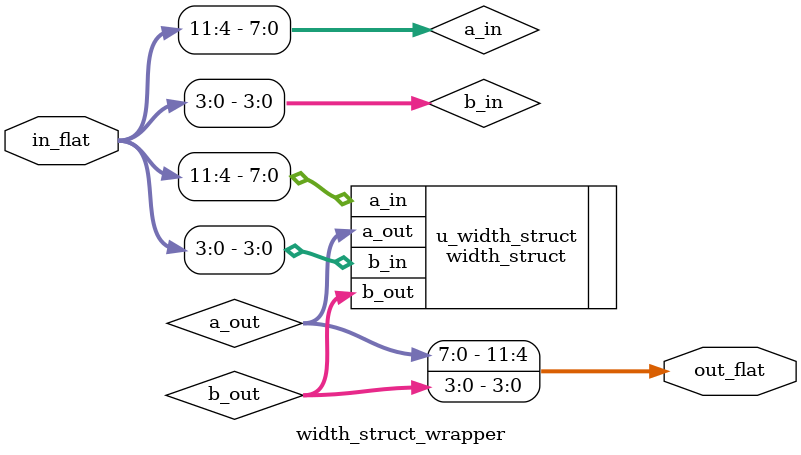
<source format=sv>
module width_struct_wrapper (
    input  wire [11:0] in_flat,
    output wire [11:0] out_flat
);

  // Slice `in_flat` into original inputs
  wire [7:0] a_in = in_flat[11:4];
  wire [3:0] b_in = in_flat[3:0];

  // Wires to capture original module outputs
  wire [7:0] a_out;
  wire [3:0] b_out;

  // Instantiate the original module
  width_struct u_width_struct (
    .a_in(a_in),
    .b_in(b_in),
    .a_out(a_out),
    .b_out(b_out)
  );

  // Pack original outputs into `out_flat`
  assign out_flat[11:4] = a_out;
  assign out_flat[3:0] = b_out;

endmodule  // width_struct_wrapper
</source>
